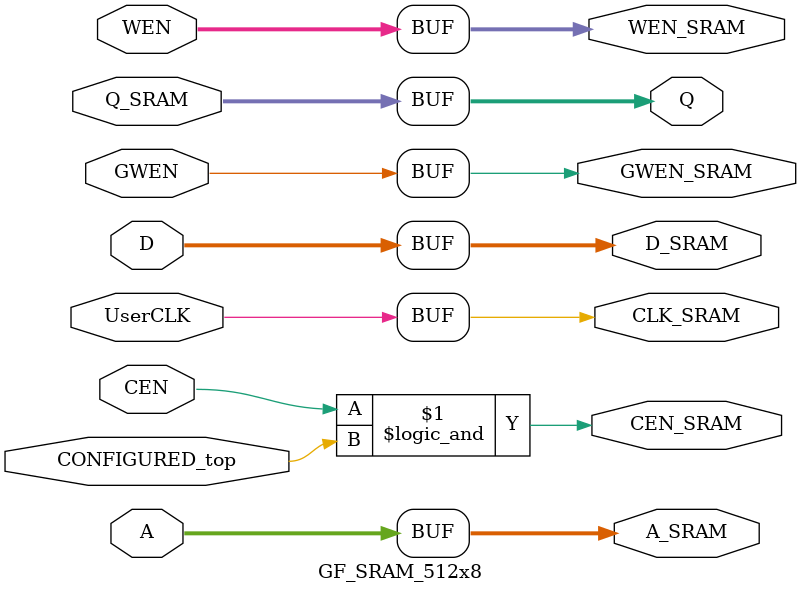
<source format=v>

module GF_SRAM_512x8 #(
  parameter NoConfigBits = 0,
  parameter WIDTH        = 8,
  parameter ADDR_BITS    = 9
  )(
	// ConfigBits has to be adjusted manually (we don't use an arithmetic parser for the value)
	
	// User design
    input                         CEN,
    input                         GWEN,
    input  [(WIDTH - 1) : 0]      WEN,
    input  [(ADDR_BITS - 1) : 0]  A,
    input  [(WIDTH - 1) : 0]      D,
    	output [(WIDTH - 1) : 0]      Q,

	// SRAM
    (* FABulous, EXTERNAL *) output                       CEN_SRAM,
    (* FABulous, EXTERNAL *) output                       GWEN_SRAM,
    (* FABulous, EXTERNAL *) output [(WIDTH - 1) : 0]     WEN_SRAM,
    (* FABulous, EXTERNAL *) output [(ADDR_BITS - 1) : 0] A_SRAM,
    (* FABulous, EXTERNAL *) output [(WIDTH - 1) : 0]     D_SRAM,
    (* FABulous, EXTERNAL *) input  [(WIDTH - 1) : 0]     Q_SRAM,
    
    (* FABulous, EXTERNAL *) output                       CLK_SRAM,
    
    (* FABulous, EXTERNAL *) input CONFIGURED_top,
    
    // External and shared clock
    (* FABulous, EXTERNAL, SHARED_PORT *) input UserCLK
    
    //	(* FABulous, GLOBAL *) input [NoConfigBits-1:0] ConfigBits
);
  
  	// Only enable the SRAM if the fabric is configured
	assign CEN_SRAM   = CEN && CONFIGURED_top;
	assign GWEN_SRAM  = GWEN;
	assign WEN_SRAM   = WEN;
	assign A_SRAM     = A;
	assign D_SRAM     = D;
	assign Q          = Q_SRAM;

	assign CLK_SRAM     = UserCLK;

endmodule

</source>
